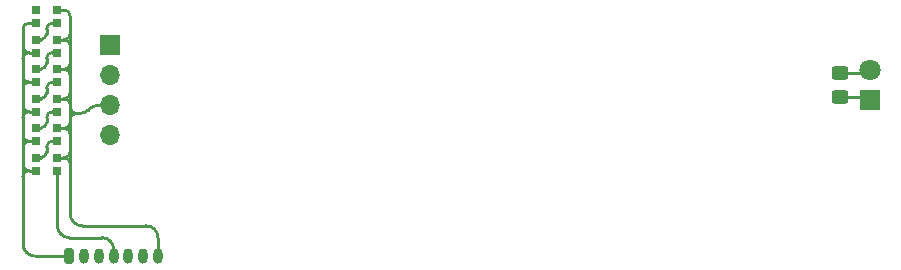
<source format=gbr>
%TF.GenerationSoftware,KiCad,Pcbnew,(6.0.5)*%
%TF.CreationDate,2022-06-15T23:09:50+02:00*%
%TF.ProjectId,plate-SI,706c6174-652d-4534-992e-6b696361645f,rev?*%
%TF.SameCoordinates,Original*%
%TF.FileFunction,Copper,L1,Top*%
%TF.FilePolarity,Positive*%
%FSLAX46Y46*%
G04 Gerber Fmt 4.6, Leading zero omitted, Abs format (unit mm)*
G04 Created by KiCad (PCBNEW (6.0.5)) date 2022-06-15 23:09:50*
%MOMM*%
%LPD*%
G01*
G04 APERTURE LIST*
G04 Aperture macros list*
%AMRoundRect*
0 Rectangle with rounded corners*
0 $1 Rounding radius*
0 $2 $3 $4 $5 $6 $7 $8 $9 X,Y pos of 4 corners*
0 Add a 4 corners polygon primitive as box body*
4,1,4,$2,$3,$4,$5,$6,$7,$8,$9,$2,$3,0*
0 Add four circle primitives for the rounded corners*
1,1,$1+$1,$2,$3*
1,1,$1+$1,$4,$5*
1,1,$1+$1,$6,$7*
1,1,$1+$1,$8,$9*
0 Add four rect primitives between the rounded corners*
20,1,$1+$1,$2,$3,$4,$5,0*
20,1,$1+$1,$4,$5,$6,$7,0*
20,1,$1+$1,$6,$7,$8,$9,0*
20,1,$1+$1,$8,$9,$2,$3,0*%
G04 Aperture macros list end*
%TA.AperFunction,ComponentPad*%
%ADD10R,1.700000X1.700000*%
%TD*%
%TA.AperFunction,ComponentPad*%
%ADD11O,1.700000X1.700000*%
%TD*%
%TA.AperFunction,SMDPad,CuDef*%
%ADD12RoundRect,0.105000X-0.245000X-0.245000X0.245000X-0.245000X0.245000X0.245000X-0.245000X0.245000X0*%
%TD*%
%TA.AperFunction,SMDPad,CuDef*%
%ADD13RoundRect,0.250000X0.450000X-0.325000X0.450000X0.325000X-0.450000X0.325000X-0.450000X-0.325000X0*%
%TD*%
%TA.AperFunction,ComponentPad*%
%ADD14R,1.800000X1.800000*%
%TD*%
%TA.AperFunction,ComponentPad*%
%ADD15C,1.800000*%
%TD*%
%TA.AperFunction,ComponentPad*%
%ADD16RoundRect,0.200000X-0.200000X-0.450000X0.200000X-0.450000X0.200000X0.450000X-0.200000X0.450000X0*%
%TD*%
%TA.AperFunction,ComponentPad*%
%ADD17O,0.800000X1.300000*%
%TD*%
%TA.AperFunction,Conductor*%
%ADD18C,0.250000*%
%TD*%
G04 APERTURE END LIST*
D10*
%TO.P,J2,1,Pin_1*%
%TO.N,SDA*%
X-300000Y27612500D03*
D11*
%TO.P,J2,2,Pin_2*%
%TO.N,SCL*%
X-300000Y25072500D03*
%TO.P,J2,3,Pin_3*%
%TO.N,+VSW*%
X-300000Y22532500D03*
%TO.P,J2,4,Pin_4*%
%TO.N,GND*%
X-300000Y19992500D03*
%TD*%
D12*
%TO.P,D1,1,DOUT*%
%TO.N,Net-(D1-Pad1)*%
X-6590000Y18112500D03*
%TO.P,D1,2,VSS*%
%TO.N,GND*%
X-6590000Y17012500D03*
%TO.P,D1,3,DIN*%
%TO.N,P1.09*%
X-4760000Y17012500D03*
%TO.P,D1,4,VDD*%
%TO.N,+VSW*%
X-4760000Y18112500D03*
%TD*%
D13*
%TO.P,D7,2,A*%
%TO.N,LED_CHG*%
X61525000Y25325000D03*
%TO.P,D7,1,K*%
%TO.N,GND*%
X61525000Y23275000D03*
%TD*%
D12*
%TO.P,D3,1,DOUT*%
%TO.N,Net-(D3-Pad1)*%
X-6590000Y23112500D03*
%TO.P,D3,2,VSS*%
%TO.N,GND*%
X-6590000Y22012500D03*
%TO.P,D3,3,DIN*%
%TO.N,Net-(D2-Pad1)*%
X-4760000Y22012500D03*
%TO.P,D3,4,VDD*%
%TO.N,+VSW*%
X-4760000Y23112500D03*
%TD*%
%TO.P,D5,1,DOUT*%
%TO.N,Net-(D5-Pad1)*%
X-6590000Y28112500D03*
%TO.P,D5,2,VSS*%
%TO.N,GND*%
X-6590000Y27012500D03*
%TO.P,D5,3,DIN*%
%TO.N,Net-(D4-Pad1)*%
X-4760000Y27012500D03*
%TO.P,D5,4,VDD*%
%TO.N,+VSW*%
X-4760000Y28112500D03*
%TD*%
%TO.P,D6,1,DOUT*%
%TO.N,unconnected-(D6-Pad1)*%
X-6590000Y30612500D03*
%TO.P,D6,2,VSS*%
%TO.N,GND*%
X-6590000Y29512500D03*
%TO.P,D6,3,DIN*%
%TO.N,Net-(D5-Pad1)*%
X-4760000Y29512500D03*
%TO.P,D6,4,VDD*%
%TO.N,+VSW*%
X-4760000Y30612500D03*
%TD*%
D14*
%TO.P,D8,1,K*%
%TO.N,GND*%
X64000000Y23025000D03*
D15*
%TO.P,D8,2,A*%
%TO.N,LED_CHG*%
X64000000Y25565000D03*
%TD*%
D12*
%TO.P,D4,1,DOUT*%
%TO.N,Net-(D4-Pad1)*%
X-6590000Y25612500D03*
%TO.P,D4,2,VSS*%
%TO.N,GND*%
X-6590000Y24512500D03*
%TO.P,D4,3,DIN*%
%TO.N,Net-(D3-Pad1)*%
X-4760000Y24512500D03*
%TO.P,D4,4,VDD*%
%TO.N,+VSW*%
X-4760000Y25612500D03*
%TD*%
%TO.P,D2,1,DOUT*%
%TO.N,Net-(D2-Pad1)*%
X-6590000Y20612500D03*
%TO.P,D2,2,VSS*%
%TO.N,GND*%
X-6590000Y19512500D03*
%TO.P,D2,3,DIN*%
%TO.N,Net-(D1-Pad1)*%
X-4760000Y19512500D03*
%TO.P,D2,4,VDD*%
%TO.N,+VSW*%
X-4760000Y20612500D03*
%TD*%
D16*
%TO.P,J1,1,Pin_1*%
%TO.N,GND*%
X-3750000Y9800000D03*
D17*
%TO.P,J1,2,Pin_2*%
%TO.N,SDA*%
X-2500000Y9800000D03*
%TO.P,J1,3,Pin_3*%
%TO.N,SCL*%
X-1250000Y9800000D03*
%TO.P,J1,4,Pin_4*%
%TO.N,P1.09*%
X0Y9800000D03*
%TO.P,J1,5,Pin_5*%
%TO.N,LED_CHG*%
X1250000Y9800000D03*
%TO.P,J1,6,Pin_6*%
%TO.N,VDDH*%
X2500000Y9800000D03*
%TO.P,J1,7,Pin_7*%
%TO.N,+VSW*%
X3750000Y9800000D03*
%TD*%
D18*
%TO.N,GND*%
X63750000Y23275000D02*
X64000000Y23025000D01*
X61525000Y23275000D02*
X63750000Y23275000D01*
%TO.N,LED_CHG*%
X63760000Y25325000D02*
X64000000Y25565000D01*
X61525000Y25325000D02*
X63760000Y25325000D01*
%TO.N,GND*%
X-7675000Y19012500D02*
X-7675000Y17512500D01*
X-7675000Y16512500D02*
X-7675000Y10800000D01*
X-6675000Y9800000D02*
X-3750000Y9800000D01*
X-6590000Y19512500D02*
X-7175000Y19512500D01*
X-7675000Y27512500D02*
X-7675000Y26512500D01*
X-7675000Y20112500D02*
X-7675000Y19012500D01*
X-7675000Y21512500D02*
X-7675000Y20112500D01*
X-6590000Y22012500D02*
X-7175000Y22012500D01*
X-7675000Y25012500D02*
X-7675000Y24012500D01*
X-7675000Y29012500D02*
X-7675000Y27512500D01*
X-6590000Y22012500D02*
X-7175000Y22012500D01*
X-6590000Y24512500D02*
X-7175000Y24512500D01*
X-6590000Y24512500D02*
X-7175000Y24512500D01*
X-6590000Y19512500D02*
X-7175000Y19512500D01*
X-7675000Y17512500D02*
X-7675000Y16512500D01*
X-6590000Y27012500D02*
X-7175000Y27012500D01*
X-6590000Y17012500D02*
X-7175000Y17012500D01*
X-7675000Y20112500D02*
X-7675000Y20012500D01*
X-6590000Y27012500D02*
X-7175000Y27012500D01*
X-7675000Y24012500D02*
X-7675000Y22512500D01*
X-6590000Y29512500D02*
X-7175000Y29512500D01*
X-6590000Y17012500D02*
X-7175000Y17012500D01*
X-7675000Y26512500D02*
X-7675000Y25012500D01*
X-7675000Y22512500D02*
X-7675000Y21512500D01*
X-7675000Y26512500D02*
G75*
G02*
X-7175000Y27012500I500001J-1D01*
G01*
X-7175000Y17012500D02*
G75*
G02*
X-7675000Y17512500I1J500001D01*
G01*
X-7675000Y24012500D02*
G75*
G02*
X-7175000Y24512500I500001J-1D01*
G01*
X-6675000Y9800000D02*
G75*
G02*
X-7675000Y10800000I-1J999999D01*
G01*
X-7675000Y19012500D02*
G75*
G02*
X-7175000Y19512500I500001J-1D01*
G01*
X-7175000Y27012500D02*
G75*
G02*
X-7675000Y27512500I1J500001D01*
G01*
X-7175000Y19512500D02*
G75*
G02*
X-7675000Y20012500I1J500001D01*
G01*
X-7175000Y22012500D02*
G75*
G02*
X-7675000Y22512500I1J500001D01*
G01*
X-7675000Y21512500D02*
G75*
G02*
X-7175000Y22012500I500001J-1D01*
G01*
X-7675000Y16512500D02*
G75*
G02*
X-7175000Y17012500I500001J-1D01*
G01*
X-7675000Y29012500D02*
G75*
G02*
X-7175000Y29512500I500001J-1D01*
G01*
X-7175000Y24512500D02*
G75*
G02*
X-7675000Y25012500I1J500001D01*
G01*
%TO.N,P1.09*%
X0Y10350000D02*
X0Y9800000D01*
X-3760000Y11350000D02*
X-1000000Y11350000D01*
X-4760000Y17012500D02*
X-4760000Y12350000D01*
X-1000000Y11350000D02*
G75*
G02*
X0Y10350000I1J-999999D01*
G01*
X-3760000Y11350000D02*
G75*
G02*
X-4760000Y12350000I-1J999999D01*
G01*
%TO.N,+VSW*%
X-4760000Y28112500D02*
X-4175000Y28112500D01*
X-4760000Y30612500D02*
X-4175000Y30612500D01*
X-4760000Y28112500D02*
X-4175000Y28112500D01*
X-4760000Y18112500D02*
X-4175000Y18112500D01*
X-4175000Y20612500D02*
X-4760000Y20612500D01*
X-3675000Y22612500D02*
X-3675000Y23612500D01*
X-3675000Y25112500D02*
X-3675000Y26112500D01*
X-3675000Y21112500D02*
X-3675000Y21362500D01*
X-3675000Y17612500D02*
X-3675000Y13350000D01*
X-3675000Y22362500D02*
X-3675000Y21362500D01*
X-3675000Y23612500D02*
X-3675000Y25112500D01*
X-3175000Y21862500D02*
X-2839214Y21862500D01*
X-3675000Y18612500D02*
X-3675000Y20112500D01*
X3750000Y11350000D02*
X3750000Y9800000D01*
X-2132107Y22155393D02*
X-2047893Y22239607D01*
X-4175000Y23112500D02*
X-4760000Y23112500D01*
X-4760000Y25612500D02*
X-4175000Y25612500D01*
X-4760000Y23112500D02*
X-4175000Y23112500D01*
X-4760000Y20612500D02*
X-4175000Y20612500D01*
X-4760000Y25612500D02*
X-4175000Y25612500D01*
X-3675000Y22612500D02*
X-3675000Y22362500D01*
X-3675000Y27612500D02*
X-3675000Y28612500D01*
X-3675000Y28612500D02*
X-3675000Y30112500D01*
X-3675000Y26112500D02*
X-3675000Y27612500D01*
X-1340786Y22532500D02*
X-300000Y22532500D01*
X-3675000Y21112500D02*
X-3675000Y20112500D01*
X-2675000Y12350000D02*
X2750000Y12350000D01*
X-3675000Y18612500D02*
X-3675000Y17612500D01*
X-4175000Y30612500D02*
G75*
G02*
X-3675000Y30112500I-1J-500001D01*
G01*
X-3675000Y13350000D02*
G75*
G03*
X-2675000Y12350000I999999J-1D01*
G01*
X-4175000Y28112500D02*
G75*
G02*
X-3675000Y27612500I-1J-500001D01*
G01*
X-3675000Y21362500D02*
G75*
G02*
X-3175000Y21862500I500001J-1D01*
G01*
X-4175000Y23112500D02*
G75*
G02*
X-3675000Y22612500I-1J-500001D01*
G01*
X-3675000Y21112500D02*
G75*
G02*
X-4175000Y20612500I-500001J1D01*
G01*
X-3675000Y26112500D02*
G75*
G02*
X-4175000Y25612500I-500001J1D01*
G01*
X-4175000Y25612500D02*
G75*
G02*
X-3675000Y25112500I-1J-500001D01*
G01*
X-3675000Y18612500D02*
G75*
G02*
X-4175000Y18112500I-500001J1D01*
G01*
X-4175000Y20612500D02*
G75*
G02*
X-3675000Y20112500I-1J-500001D01*
G01*
X-3675000Y28612500D02*
G75*
G02*
X-4175000Y28112500I-500001J1D01*
G01*
X-3675000Y22362500D02*
G75*
G03*
X-3175000Y21862500I500001J1D01*
G01*
X2750000Y12350000D02*
G75*
G02*
X3750000Y11350000I0J-1000000D01*
G01*
X-3675000Y23612500D02*
G75*
G02*
X-4175000Y23112500I-500001J1D01*
G01*
X-4175000Y18112500D02*
G75*
G02*
X-3675000Y17612500I-1J-500001D01*
G01*
X-1340786Y22532499D02*
G75*
G03*
X-2047892Y22239606I-3J-999993D01*
G01*
X-2132107Y22155393D02*
G75*
G02*
X-2839214Y21862500I-707106J707106D01*
G01*
%TO.N,Net-(D1-Pad1)*%
X-6590000Y18112500D02*
X-6175000Y18112500D01*
X-5675000Y19012500D02*
X-5675000Y18612500D01*
X-5175000Y19512500D02*
X-4760000Y19512500D01*
X-5675000Y18612500D02*
G75*
G02*
X-6175000Y18112500I-500001J1D01*
G01*
X-5675000Y19012500D02*
G75*
G02*
X-5175000Y19512500I500001J-1D01*
G01*
%TO.N,Net-(D2-Pad1)*%
X-5175000Y22012500D02*
X-4760000Y22012500D01*
X-5675000Y21512500D02*
X-5675000Y21112500D01*
X-6590000Y20612500D02*
X-6175000Y20612500D01*
X-5675000Y21512500D02*
G75*
G02*
X-5175000Y22012500I500001J-1D01*
G01*
X-5675000Y21112500D02*
G75*
G02*
X-6175000Y20612500I-500001J1D01*
G01*
%TO.N,Net-(D3-Pad1)*%
X-5175000Y24512500D02*
X-4760000Y24512500D01*
X-6590000Y23112500D02*
X-6175000Y23112500D01*
X-5675000Y24012500D02*
X-5675000Y23612500D01*
X-5675000Y24012500D02*
G75*
G02*
X-5175000Y24512500I500001J-1D01*
G01*
X-5675000Y23612500D02*
G75*
G02*
X-6175000Y23112500I-500001J1D01*
G01*
%TO.N,Net-(D4-Pad1)*%
X-6590000Y25612500D02*
X-6175000Y25612500D01*
X-5675000Y26512500D02*
X-5675000Y26112500D01*
X-5175000Y27012500D02*
X-4760000Y27012500D01*
X-5675000Y26112500D02*
G75*
G02*
X-6175000Y25612500I-500001J1D01*
G01*
X-5675000Y26512500D02*
G75*
G02*
X-5175000Y27012500I500001J-1D01*
G01*
%TO.N,Net-(D5-Pad1)*%
X-5175000Y29512500D02*
X-4760000Y29512500D01*
X-6590000Y28112500D02*
X-6175000Y28112500D01*
X-5675000Y29012500D02*
X-5675000Y28612500D01*
X-5675000Y29012500D02*
G75*
G02*
X-5175000Y29512500I500001J-1D01*
G01*
X-5675000Y28612500D02*
G75*
G02*
X-6175000Y28112500I-500001J1D01*
G01*
%TD*%
M02*

</source>
